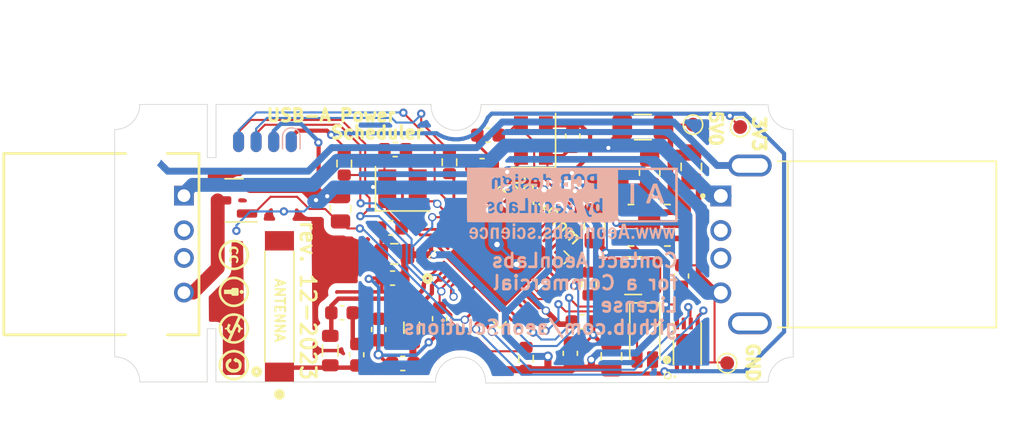
<source format=kicad_pcb>
(kicad_pcb (version 20221018) (generator pcbnew)
  (layers (0 "F.Cu" signal) (31 "B.Cu" signal) (34 "B.Paste" user) (35 "F.Paste" user) (36 "B.SilkS" user "B.Silkscreen") (37 "F.SilkS" user "F.Silkscreen") (38 "B.Mask" user) (39 "F.Mask" user) (44 "Edge.Cuts" user))
  (net 0 "")
  (footprint "TestPoint:TestPoint_Pad_D1.0mm" (layer "F.Cu") (at 160.32 101.85)
    (fp_text reference "TP3" hide)
    (fp_text value "GND")
  )
  (footprint "Capacitor_SMD:C_0603_1608Metric" (layer "F.Cu") (at 136.150859 95.705707)
    (fp_text reference "EC15" hide)
    (fp_text value "100nF 10% 50V")
  )
  (footprint "Package_DFN_QFN:QFN-56-1EP_7x7mm_P0.4mm_EP5.6x5.6mm" (layer "F.Cu") (at 143.895758 94.205707 45)
    (fp_text reference "ESP32S3" hide)
    (fp_text value "ESP32-S3" hide)
  )
  (footprint "RF_Antenna:AN9520_ANT2-SMD-9.5X2.1X1.0MM" (layer "F.Cu") (at 127.98 97.76 90)
    (property "VALUE" "AN9520")
    (fp_text reference "ANT1" hide)
    (fp_text value "SMD-BUILT-IN-ANTENNA-2.4GHZ(2P-9.5X2.1MM)" hide)
  )
  (footprint "Resistor_SMD:R_0805_2012Metric_Pad1.20x1.40mm_HandSolder" (layer "F.Cu") (at 151.6 88.94)
    (fp_text reference "AR1" hide)
    (fp_text value "75K")
  )
  (footprint "Resistor_SMD:R_0805_2012Metric" (layer "F.Cu") (at 132.39 90.7 -90)
    (fp_text reference "MTRR1" hide)
    (fp_text value "10k")
  )
  (footprint "AeonLabs_IC:ATSHA204 UDFN-8 DFN200X300X60-9N" (layer "F.Cu") (at 157.44 100.435 90)
    (fp_text reference "U1" hide)
    (fp_text value "ATSHA204A-MAHDA-T")
  )
  (footprint "Capacitor_SMD:C_0603_1608Metric" (layer "F.Cu") (at 136.025707 92.085707 180)
    (fp_text reference "EC61" hide)
    (fp_text value "22pF 5% 50V")
  )
  (footprint "Capacitor_SMD:C_0805_2012Metric" (layer "F.Cu") (at 151.96 101.36 90)
    (fp_text reference "EC18" hide)
    (fp_text value "1uF 20% 6.3V")
  )
  (footprint "Capacitor_SMD:C_0603_1608Metric" (layer "F.Cu") (at 133.56 101.24 90)
    (fp_text reference "EC37" hide)
    (fp_text value "100nF 10% 16V")
  )
  (footprint "Capacitor_SMD:C_0603_1608Metric" (layer "F.Cu") (at 142.615707 87.585707)
    (fp_text reference "EC16" hide)
    (fp_text value "100nF 10% 16V")
  )
  (footprint "AeonLabs_Connectors:USB-A FEMALE OST_USB-A1HSW6" (layer "F.Cu") (at 114.57 93.25 -90)
    (fp_text reference "P1" hide)
    (fp_text value "USB-A1HSW6")
  )
  (footprint "Crystal:Crystal_SMD_EuroQuartz_MT-4Pin_3.2x2.5mm" (layer "F.Cu") (at 136.865707 89.255707)
    (fp_text reference "ECY3" hide)
    (fp_text value "40Mhz 22pF+-10PPM")
  )
  (footprint "TestPoint:TestPoint_Pad_D1.0mm" (layer "F.Cu") (at 161.26 84.79)
    (fp_text reference "TP2" hide)
    (fp_text value "VOut")
  )
  (footprint "Capacitor_SMD:C_0603_1608Metric" (layer "F.Cu") (at 135.15 99.42 -90)
    (fp_text reference "EC20" hide)
    (fp_text value "100nF 10% 16V")
  )
  (footprint "Capacitor_SMD:C_0603_1608Metric" (layer "F.Cu") (at 132.5 98.21)
    (fp_text reference "EC38" hide)
    (fp_text value "100nF 10% 16V")
  )
  (footprint "Package_TO_SOT_SMD:SOT-23" (layer "F.Cu") (at 124.7025 90.09 180)
    (fp_text reference "MTRT1" hide)
    (fp_text value "NPN")
  )
  (footprint "Capacitor_SMD:C_0805_2012Metric_Pad1.18x1.45mm_HandSolder" (layer "F.Cu") (at 150.74 91.93 90)
    (fp_text reference "AC1" hide)
    (fp_text value "22uF")
  )
  (footprint "AeonLabs_Connectors:USB-A MALE MOLEX_48037-0001" (layer "F.Cu") (at 161.96 93.27 90)
    (fp_text reference "J1" hide)
    (fp_text value "48037-0001")
  )
  (footprint "Capacitor_SMD:C_0603_1608Metric" (layer "F.Cu") (at 149.87 98.86)
    (fp_text reference "EC26" hide)
    (fp_text value "100nF 10% 16V")
  )
  (footprint "Resistor_SMD:R_0603_1608Metric" (layer "F.Cu") (at 145.79 101.53 90)
    (fp_text reference "ER1" hide)
    (fp_text value "10k")
  )
  (footprint "Capacitor_SMD:C_0603_1608Metric" (layer "F.Cu") (at 157.02 95.555 -90)
    (fp_text reference "AUC1" hide)
    (fp_text value "100nF")
  )
  (footprint "AeonLabs Enclosure Boxes:USB A enclosure 49x20mm" (layer "F.Cu") (at 140.759933 91.792603 180)
    (fp_text reference "G***" hide)
    (fp_text value "LOGO" hide)
    (fp_line (start -24.329999 -9.619999) (end -24.329999 6.799727) (stroke (width 0.05)) (layer "Edge.Cuts"))
    (fp_line (start -2.110136 -11.490136) (end -22.519999 -11.429999) (stroke (width 0.05)) (layer "Edge.Cuts"))
    (fp_line (start -1.780136 8.619864) (end -22.519999 8.609727) (stroke (width 0.05)) (layer "Edge.Cuts"))
    (fp_line (start 1.51083 -11.420075) (end 17.369864 -11.410136) (stroke (width 0.05)) (layer "Edge.Cuts"))
    (fp_line (start 1.829479 8.630341) (end 17.359864 8.629864) (stroke (width 0.05)) (layer "Edge.Cuts"))
    (fp_line (start 17.359864 4.789864) (end 17.359864 8.629864) (stroke (width 0.05)) (layer "Edge.Cuts"))
    (fp_line (start 17.369864 -11.410136) (end 17.369864 -7.570136) (stroke (width 0.05)) (layer "Edge.Cuts"))
    (fp_line (start 17.369864 -7.570136) (end 17.999864 -7.570136) (stroke (width 0.05)) (layer "Edge.Cuts"))
    (fp_line (start 17.989864 4.789864) (end 17.359864 4.789864) (stroke (width 0.05)) (layer "Edge.Cuts"))
    (fp_line (start 17.989864 8.629864) (end 17.989864 4.789864) (stroke (width 0.05)) (layer "Edge.Cuts"))
    (fp_line (start 17.989864 8.629864) (end 22.869727 8.629727) (stroke (width 0.05)) (layer "Edge.Cuts"))
    (fp_line (start 17.999864 -11.410136) (end 22.869864 -11.410136) (stroke (width 0.05)) (layer "Edge.Cuts"))
    (fp_line (start 17.999864 -7.570136) (end 17.999864 -11.410136) (stroke (width 0.05)) (layer "Edge.Cuts"))
    (fp_line (start 24.679864 -9.600136) (end 24.679727 6.819727) (stroke (width 0.05)) (layer "Edge.Cuts"))
    (fp_arc (start -24.329999 6.799727) (mid -23.050136 7.329864) (end -22.519999 8.609727) (stroke (width 0.05)) (layer "Edge.Cuts"))
    (fp_arc (start -22.519999 -11.429999) (mid -23.050136 -10.150136) (end -24.329999 -9.619999) (stroke (width 0.05)) (layer "Edge.Cuts"))
    (fp_arc (start -1.780136 8.619864) (mid 0.030071 6.764886) (end 1.829479 8.630341) (stroke (width 0.05)) (layer "Edge.Cuts"))
    (fp_arc (start 1.51083 -11.420075) (mid -0.33517 -9.619481) (end -2.110136 -11.490136) (stroke (width 0.05)) (layer "Edge.Cuts"))
    (fp_arc (start 22.869727 8.629727) (mid 23.399865 7.349865) (end 24.679727 6.819727) (stroke (width 0.05)) (layer "Edge.Cuts"))
    (fp_arc (start 24.679864 -9.600136) (mid 23.400027 -10.130298) (end 22.869864 -11.410136) (stroke (width 0.05)) (layer "Edge.Cuts"))
  )
  (footprint "Capacitor_SMD:C_0603_1608Metric" (layer "F.Cu") (at 136.34 86.42 180)
    (fp_text reference "EC60" hide)
    (fp_text value "22pF 5% 50V")
  )
  (footprint "Fuse:Fuse_1206_3216Metric_Pad1.42x1.75mm_HandSolder" (layer "F.Cu") (at 154.23 84.8)
    (fp_text reference "F1" hide)
    (fp_text value "Polyfuse")
  )
  (footprint "Capacitor_SMD:C_0603_1608Metric" (layer "F.Cu") (at 149.165707 85.445707 90)
    (fp_text reference "EC51" hide)
    (fp_text value "22pF 5% 50V")
  )
  (footprint "Inductor_SMD:L_1210_3225Metric" (layer "F.Cu") (at 153.53 95.53)
    (fp_text reference "AL1" hide)
    (fp_text value "3.3uF")
  )
  (footprint "Inductor_SMD:L_0805_2012Metric" (layer "F.Cu") (at 137.53 99.29 90)
    (fp_text reference "L2" hide)
    (fp_text value "2nH 5%")
  )
  (footprint "Capacitor_SMD:C_0603_1608Metric" (layer "F.Cu") (at 139.55 98.635 -90)
    (fp_text reference "EC1" hide)
    (fp_text value "1uF")
  )
  (footprint "AeonLabs:aeon creative commons logos" (layer "F.Cu") (at 124.74 98 -90)
    (fp_text reference "G***" hide)
    (fp_text value "LOGO" hide)
  )
  (footprint "Resistor_SMD:R_0805_2012Metric_Pad1.20x1.40mm_HandSolder" (layer "F.Cu") (at 154.72 88.05 90)
    (fp_text reference "AR2" hide)
    (fp_text value "24K")
  )
  (footprint "Capacitor_SMD:C_0805_2012Metric" (layer "F.Cu") (at 136.275707 93.955707)
    (fp_text reference "EC14" hide)
    (fp_text value "1uF")
  )
  (footprint "AeonLabs_IC:AUR9718 ST1S09 SON95P300X300X100-7N" (layer "F.Cu") (at 154.685 91.89)
    (fp_text reference "AU1" hide)
    (fp_text value "AUR9718x_DFN_3x3mm_6_pin")
  )
  (footprint "Capacitor_SMD:C_0603_1608Metric" (layer "F.Cu") (at 136.89 101.87 180)
    (fp_text reference "EC19" hide)
    (fp_text value "100nF 10% 16V")
  )
  (footprint "Capacitor_SMD:C_0805_2012Metric_Pad1.18x1.45mm_HandSolder" (layer "F.Cu") (at 157.73 87.67 -90)
    (fp_text reference "AC2" hide)
    (fp_text value "4.7uF")
  )
  (footprint "Crystal:Crystal_SMD_EuroQuartz_MT-4Pin_3.2x2.5mm" (layer "F.Cu") (at 146.325707 85.765707 90)
    (fp_text reference "ECY2" hide)
    (fp_text value "32.768Mhz 22pF+-10PPM")
  )
  (footprint "AeonLabs_Power:LED_1206_3210_RGB_Metric" (layer "F.Cu") (at 154.33 99.76 -90)
    (fp_text reference "LED2" hide)
    (fp_text value "LED_GBRC")
  )
  (footprint "Inductor_SMD:L_0805_2012Metric" (layer "F.Cu") (at 131.65 100.94 90)
    (fp_text reference "EL4" hide)
    (fp_text value "1.8nH 5%")
  )
  (footprint "Capacitor_SMD:C_0603_1608Metric" (layer "F.Cu") (at 143.045707 85.375707 180)
    (fp_text reference "EC50" hide)
    (fp_text value "22pF 5% 50V")
  )
  (footprint "Resistor_SMD:R_0603_1608Metric" (layer "F.Cu") (at 132.66 87.43 -90)
    (fp_text reference "ER3" hide)
    (fp_text value "10k")
  )
  (footprint "Resistor_SMD:R_0603_1608Metric" (layer "F.Cu") (at 140.26 87.335 -90)
    (fp_text reference "ER2" hide)
    (fp_text value "499R")
  )
  (footprint "TestPoint:TestPoint_Pad_D1.0mm" (layer "F.Cu") (at 157.85 84.62)
    (fp_text reference "TP1" hide)
    (fp_text value "VIN")
  )
  (footprint "Capacitor_SMD:C_0603_1608Metric" (layer "F.Cu") (at 148.99 101.14 90)
    (fp_text reference "EC17" hide)
    (fp_text value "10uF 20% 6.3V")
  )
  (footprint "Resistor_SMD:R_0603_1608Metric" (layer "F.Cu") (at 150.34 96.1 -90)
    (fp_text reference "LR2" hide)
    (fp_text value "330R")
  )
  (footprint "Connector:SOIC_clipProgSmall" (layer "B.Cu") (at 126.93 85.105)
    (fp_text reference "ICSP1" hide)
    (fp_text value "Conn_01x08_Male" hide)
  )
  (footprint "AeonLabs Logos:aeonlabs science" (layer "B.Cu") (at 149.139702 90.351553 180)
    (fp_text reference "G***" hide)
    (fp_text value "LOGO" hide)
  )
  (gr_circle (center 156.02 102.745) (end 156.17 102.93) (stroke (width 0.1)) (fill none) (layer "F.SilkS"))
  (gr_circle (center 126.33183 102.46) (end 126.57 102.46) (stroke (width 0.3)) (fill none) (layer "F.SilkS"))
  (gr_circle (center 152.02183 90.93) (end 152.17183 91.115) (stroke (width 0.1)) (fill none) (layer "F.SilkS"))
  (gr_circle (center 138.68183 95.73) (end 138.92 95.73) (stroke (width 0.3)) (fill none) (layer "F.SilkS"))
  (gr_text "Contact AeonLabs\nfor a Commercial\nLicense\ngithub.com/aeonSolutions" (at 156.87 96.85) (layer "B.SilkS") (effects (font (size 1 1) (thickness 0.2)) (justify left mirror)))
  (gr_text "USB-A Power" (at 131.71 84.48) (layer "F.SilkS") (effects (font (size 0.9 0.9) (thickness 0.225) bold) (justify bottom)))
  (gr_text "20x49mm" (at 144.53 88.74 -45) (layer "F.SilkS") (effects (font (size 0.9 0.9)) (justify left bottom)))
  (gr_text "GND" (at 161.64 101.81 270) (layer "F.SilkS") (effects (font (size 0.9 0.9) (thickness 0.225) bold) (justify bottom)))
  (gr_text "3V3" (at 162.09 85.3 270) (layer "F.SilkS") (effects (font (size 0.9 0.9) (thickness 0.225) bold) (justify bottom)))
  (gr_text "Scheduler" (at 135.05 85.72) (layer "F.SilkS") (effects (font (size 0.9 0.9) (thickness 0.225) bold) (justify bottom)))
  (gr_text "ANTENNA" (at 128 98.03 -90) (layer "F.SilkS") (effects (font (size 0.7 0.7))))
  (gr_text "5V0" (at 158.97 84.9 270) (layer "F.SilkS") (effects (font (size 0.9 0.9) (thickness 0.225) bold) (justify bottom)))
  (gr_text "rev. 12-2023" (at 130.04 97.32 270) (layer "F.SilkS") (effects (font (size 1.1 1.1) (thickness 0.2))))
  (segment (start 159.86 96.77) (end 159.41 97.22) (width 0.15) (layer "F.Cu") (net 0))
  (segment (start 149.1 88.12) (end 150.16 87.06) (width 0.3) (layer "F.Cu") (net 0))
  (segment (start 131.725 99.8025) (end 131.65 99.8775) (width 0.32) (layer "F.Cu") (net 0))
  (segment (start 141.647324 100.117324) (end 142.34683 100.117324) (width 0.15) (layer "F.Cu") (net 0))
  (segment (start 135.294293 98.500707) (end 135.15 98.645) (width 0.25) (layer "F.Cu") (net 0))
  (segment (start 130.5875 89.7875) (end 131.23 89.7875) (width 0.3) (layer "F.Cu") (net 0))
  (segment (start 121.74 96.75) (end 123.52 94.97) (width 1) (layer "F.Cu") (net 0))
  (segment (start 157.49 92.53) (end 157.49 91.75) (width 0.4) (layer "F.Cu") (net 0))
  (segment (start 147.508601 90.875707) (end 146.467859 91.916449) (width 0.15) (layer "F.Cu") (net 0))
  (segment (start 154.61 88.94) (end 154.72 89.05) (width 0.15) (layer "F.Cu") (net 0))
  (segment (start 135.15 98.645) (end 135.385 98.41) (width 0.3) (layer "F.Cu") (net 0))
  (segment (start 139.045707 94.015707) (end 137.315707 94.015707) (width 0.51) (layer "F.Cu") (net 0))
  (segment (start 156.22 87.4) (end 156.22 85.3825) (width 0.4) (layer "F.Cu") (net 0))
  (segment (start 142.025707 98.625707) (end 142.792185 97.859229) (width 0.15) (layer "F.Cu") (net 0))
  (segment (start 148.46 92.18705) (end 147.59923 93.04782) (width 0.15) (layer "F.Cu") (net 0))
  (segment (start 145.260757 89.730656) (end 144.713645 90.277769) (width 0.15) (layer "F.Cu") (net 0))
  (segment (start 157.02 96.33) (end 156.97 96.38) (width 0.15) (layer "F.Cu") (net 0))
  (segment (start 134.766233 89.123767) (end 135.565 88.325) (width 0.15) (layer "F.Cu") (net 0))
  (segment (start 149.39 90.299853) (end 147.335707 88.24556) (width 0.15) (layer "F.Cu") (net 0))
  (segment (start 145.565707 89.425707) (end 145.260757 89.730656) (width 0.15) (layer "F.Cu") (net 0))
  (segment (start 139.19 89.19) (end 140.205 90.205) (width 0.15) (layer "F.Cu") (net 0))
  (segment (start 159.62 96.77) (end 160.1425 96.77) (width 0.4) (layer "F.Cu") (net 0))
  (segment (start 130.79 85.91) (end 130.81 85.93) (width 0.3) (layer "F.Cu") (net 0))
  (segment (start 139.895859 92.185707) (end 138.325707 92.185707) (width 0.2) (layer "F.Cu") (net 0))
  (segment (start 149.045 100.42) (end 149.09 100.42) (width 0.2) (layer "F.Cu") (net 0))
  (segment (start 148.592586 89.997414) (end 148.96 90.364827) (width 0.15) (layer "F.Cu") (net 0))
  (segment (start 137.035707 94.080707) (end 137.035707 95.490707) (width 0.51) (layer "F.Cu") (net 0))
  (segment (start 131.72 85.36) (end 131.415 85.055) (width 0.3) (layer "F.Cu") (net 0))
  (segment (start 151.75 86.06) (end 152.93 84.88) (width 0.4) (layer "F.Cu") (net 0))
  (segment (start 149.740707 84.670707) (end 149.165707 84.670707) (width 0.3) (layer "F.Cu") (net 0))
  (segment (start 126.13 91.04) (end 127.3375 89.8325) (width 0.15) (layer "F.Cu") (net 0))
  (segment (start 154.96 98.4) (end 154.96 98) (width 0.15) (layer "F.Cu") (net 0))
  (segment (start 139.380957 90.340457) (end 139.750707 90.710207) (width 0.15) (layer "F.Cu") (net 0))
  (segment (start 156.38 91.89) (end 157.35 91.89) (width 0.4) (layer "F.Cu") (net 0))
  (segment (start 152.46 91.71) (end 152.31 91.71) (width 0.4) (layer "F.Cu") (net 0))
  (segment (start 141.775707 90.095707) (end 142.455028 90.775028) (width 0.15) (layer "F.Cu") (net 0))
  (segment (start 135.385 98.41) (end 137.381414 98.41) (width 0.3) (layer "F.Cu") (net 0))
  (segment (start 133.82 91.23) (end 133.92 91.23) (width 0.15) (layer "F.Cu") (net 0))
  (segment (start 136.865707 90.725707) (end 136.865707 89.314293) (width 0.2) (layer "F.Cu") (net 0))
  (segment (start 140.26 86.51) (end 138.22 84.47) (width 0.15) (layer "F.Cu") (net 0))
  (segment (start 140.757972 92.482134) (end 140.757972 92.477972) (width 0.15) (layer "F.Cu") (net 0))
  (segment (start 157.49 90.69) (end 156.22 89.42) (width 0.4) (layer "F.Cu") (net 0))
  (segment (start 133.8455 90.3) (end 133.82 90.2745) (width 0.15) (layer "F.Cu") (net 0))
  (segment (start 132.454974 84.28) (end 125.9 84.28) (width 0.15) (layer "F.Cu") (net 0))
  (segment (start 137.381414 98.41) (end 138.995707 96.795707) (width 0.3) (layer "F.Cu") (net 0))
  (segment (start 147.36 96.87) (end 149.04 95.19) (width 0.15) (layer "F.Cu") (net 0))
  (segment (start 148.99 100.365) (end 149.045 100.42) (width 0.2) (layer "F.Cu") (net 0))
  (segment (start 148.955707 86.250707) (end 148.955707 86.374293) (width 0.25) (layer "F.Cu") (net 0))
  (segment (start 142.665707 89.295707) (end 142.665707 89.298701) (width 0.15) (layer "F.Cu") (net 0))
  (segment (start 140.757972 92.477972) (end 139.585707 91.305707) (width 0.15) (layer "F.Cu") (net 0))
  (segment (start 157.35 91.89) (end 157.49 91.75) (width 0.4) (layer "F.Cu") (net 0))
  (segment (start 151.6225 93.85) (end 151.56 93.85) (width 0.4) (layer "F.Cu") (net 0))
  (segment (start 134.49 90.66) (end 134.49 89.92) (width 0.15) (layer "F.Cu") (net 0))
  (segment (start 156.69 96.66) (end 157.02 96.33) (width 0.15) (layer "F.Cu") (net 0))
  (segment (start 159.41 99.48) (end 159.41 101.795) (width 0.15) (layer "F.Cu") (net 0))
  (segment (start 144.48796 89.93655) (end 144.504864 89.93655) (width 0.15) (layer "F.Cu") (net 0))
  (segment (start 145.425707 84.665707) (end 145.425707 84.915707) (width 0.15) (layer "F.Cu") (net 0))
  (segment (start 142.455028 90.785078) (end 142.455028 90.775028) (width 0.2) (layer "F.Cu") (net 0))
  (segment (start 158.19 98.46) (end 158.19 98.985) (width 0.15) (layer "F.Cu") (net 0))
  (segment (start 132.31 84.63) (end 126.93 84.63) (width 0.15) (layer "F.Cu") (net 0))
  (segment (start 156.69 97.63) (end 156.69 96.66) (width 0.15) (layer "F.Cu") (net 0))
  (segment (start 137.665 101.87) (end 137.62 101.825) (width 0.51) (layer "F.Cu") (net 0))
  (segment (start 139.626601 94.797909) (end 139.623505 94.797909) (width 0.2) (layer "F.Cu") (net 0))
  (segment (start 155.789455 102.445169) (end 155.639512 102.595112) (width 0.3) (layer "F.Cu") (net 0))
  (segment (start 139.623505 94.797909) (end 138.935707 95.485707) (width 0.2) (layer "F.Cu") (net 0))
  (segment (start 139.915 97.86) (end 140.4 98.345) (width 0.15) (layer "F.Cu") (net 0))
  (segment (start 131.23 89.7875) (end 131.2825 89.84) (width 0.15) (layer "F.Cu") (net 0))
  (segment (start 139.909444 93.330662) (end 139.900662 93.330662) (width 0.2) (layer "F.Cu") (net 0))
  (segment (start 125.025 85.155) (end 125.025 85.855) (width 0.15) (layer "F.Cu") (net 0))
  (segment (start 140.18782 95.363594) (end 139.685707 95.865707) (width 0.2) (layer "F.Cu") (net 0))
  (segment (start 142.127297 100.647324) (end 141.109929 100.647324) (width 0.51) (layer "F.Cu") (net 0))
  (segment (start 139.585707 91.305707) (end 139.145707 91.305707) (width 0.15) (layer "F.Cu") (net 0))
  (segment (start 149.204293 102.205707) (end 151.589293 102.205707) (width 0.51) (layer "F.Cu") (net 0))
  (segment (start 160.32 101.85) (end 160.265 101.795) (width 0.15) (layer "F.Cu") (net 0))
  (segment (start 146.38 87.784827) (end 148.592586 89.997414) (width 0.15) (layer "F.Cu") (net 0))
  (segment (start 150.165 95.275) (end 149.17 96.27) (width 0.15) (layer "F.Cu") (net 0))
  (segment (start 139.310707 95.930707) (end 138.995707 96.245707) (width 0.2) (layer "F.Cu") (net 0))
  (segment (start 143.390707 87.585707) (end 143.390707 87.150606) (width 0.2) (layer "F.Cu") (net 0))
  (segment (start 152.255084 102.605084) (end 151.96 102.31) (width 0.3) (layer "F.Cu") (net 0))
  (segment (start 134.43 95.76) (end 134.484293 95.705707) (width 0.25) (layer "F.Cu") (net 0))
  (segment (start 151.56 93.7875) (end 150.74 92.9675) (width 0.4) (layer "F.Cu") (net 0))
  (segment (start 128.835 85.525) (end 128.835 85.855) (width 0.3) (layer "F.Cu") (net 0))
  (segment (start 138.995707 96.795707) (end 138.995707 96.435707) (width 0.3) (layer "F.Cu") (net 0))
  (segment (start 129.2525 89.8325) (end 130.13 90.71) (width 0.15) (layer "F.Cu") (net 0))
  (segment (start 156.22 89.42) (end 156.22 87.4) (width 0.4) (layer "F.Cu") (net 0))
  (segment (start 133.275 100.18) (end 133.56 100.465) (width 0.32) (layer "F.Cu") (net 0))
  (segment (start 135.09 101.19) (end 135.77 101.87) (width 0.25) (layer "F.Cu") (net 0))
  (segment (start 135.77 101.87) (end 136.115 101.87) (width 0.25) (layer "F.Cu") (net 0))
  (segment (start 139.55 96.785997) (end 139.55 97.86) (width 0.15) (layer "F.Cu") (net 0))
  (segment (start 157.7275 86.63) (end 157.73 86.6325) (width 0.4) (layer "F.Cu") (net 0))
  (segment (start 141.977921 91.447921) (end 141.145707 90.615707) (width 0.15) (layer "F.Cu") (net 0))
  (segment (start 136.835707 86.670707) (end 137.086414 86.42) (width 0.2) (layer "F.Cu") (net 0))
  (segment (start 140.375859 96.305555) (end 140.752134 95.92928) (width 0.15) (layer "F.Cu") (net 0))
  (segment (start 135.105707 95.645707) (end 135.105707 95.905707) (width 0.4) (layer "F.Cu") (net 0))
  (segment (start 151.589293 102.205707) (end 151.719293 102.075707) (width 0.51) (layer "F.Cu") (net 0))
  (segment (start 140.722174 100.669104) (end 139.990896 100.669104) (width 0.51) (layer "F.Cu") (net 0))
  (segment (start 157.42 90.94) (end 157.49 90.87) (width 0.4) (layer "F.Cu") (net 0))
  (segment (start 143.025707 98.752713) (end 143.303556 98.474864) (width 0.2) (layer "F.Cu") (net 0))
  (segment (start 140.475129 92.764977) (end 139.895859 92.185707) (width 0.2) (layer "F.Cu") (net 0))
  (segment (start 157.49 91.75) (end 157.49 90.87) (width 0.4) (layer "F.Cu") (net 0))
  (segment (start 152.13 95.53) (end 152.13 94.3575) (width 0.4) (layer "F.Cu") (net 0))
  (segment (start 134.484293 95.705707) (end 135.375859 95.705707) (width 0.25) (layer "F.Cu") (net 0))
  (segment (start 149.09 102.32) (end 143.799973 102.32) (width 0.51) (layer "F.Cu") (net 0))
  (segment (start 139.555707 92.985707) (end 139.165707 92.985707) (width 0.2) (layer "F.Cu") (net 0))
  (segment (start 145.29 99.48) (end 145.29 99.27) (width 0.15) (layer "F.Cu") (net 0))
  (segment (start 144.6695 88.0305) (end 145.425707 87.274293) (width 0.2) (layer "F.Cu") (net 0))
  (segment (start 148.695 100.07) (end 148.99 100.365) (width 0.25) (layer "F.Cu") (net 0))
  (segment (start 138.325707 92.185707) (end 136.865707 90.725707) (width 0.2) (layer "F.Cu") (net 0))
  (segment (start 142.172185 97.343493) (end 142.172185 97.349229) (width 0.15) (layer "F.Cu") (net 0))
  (segment (start 140.26 88.16) (end 140.58 88.48) (width 0.2) (layer "F.Cu") (net 0))
  (segment (start 146.38 85.87) (end 146.38 87.784827) (width 0.15) (layer "F.Cu") (net 0))
  (segment (start 131.725 98.21) (end 131.725 99.8025) (width 0.32) (layer "F.Cu") (net 0))
  (segment (start 133.82 88.26) (end 132.665 88.26) (width 0.15) (layer "F.Cu") (net 0))
  (segment (start 132.24 97.19) (end 131.725 97.705) (width 0.32) (layer "F.Cu") (net 0))
  (segment (start 141.889343 97.072071) (end 140.925707 98.035707) (width 0.15) (layer "F.Cu") (net 0))
  (segment (start 145.619331 91.067921) (end 146.531545 90.155707) (width 0.15) (layer "F.Cu") (net 0))
  (segment (start 146.185016 91.633606) (end 146.187808 91.633606) (width 0.15) (layer "F.Cu") (net 0))
  (segment (start 139.626601 93.613505) (end 139.626601 93.606601) (width 0.2) (layer "F.Cu") (net 0))
  (segment (start 135.325707 92.160707) (end 135.250707 92.085707) (width 0.25) (layer "F.Cu") (net 0))
  (segment (start 146.31 99.4) (end 145.66 98.75) (width 0.15) (layer "F.Cu") (net 0))
  (segment (start 151.6425 90.8925) (end 150.74 90.8925) (width 0.4) (layer "F.Cu") (net 0))
  (segment (start 148.65 98.11) (end 148.13 97.59) (width 0.15) (layer "F.Cu") (net 0))
  (segment (start 150.095 100.365) (end 148.99 100.365) (width 0.2) (layer "F.Cu") (net 0))
  (segment (start 137.281493 97.195707) (end 137.275786 97.19) (width 0.32) (layer "F.Cu") (net 0))
  (segment (start 131.79 85.36) (end 132.49 86.06) (width 0.15) (layer "F.Cu") (net 0))
  (segment (start 138.995707 96.245707) (end 138.995707 96.435707) (width 0.2) (layer "F.Cu") (net 0))
  (segment (start 139.626601 93.606601) (end 139.085707 93.065707) (width 0.2) (layer "F.Cu") (net 0))
  (segment (start 139.19 86.02) (end 139.19 89.19) (width 0.15) (layer "F.Cu") (net 0))
  (segment (start 121.08 96.75) (end 121.74 96.75) (width 1) (layer "F.Cu") (net 0))
  (segment (start 144.43 88.0305) (end 143.8355 88.0305) (width 0.2) (layer "F.Cu") (net 0))
  (segment (start 141.785707 89.625707) (end 141.785707 87.640707) (width 0.4) (layer "F.Cu") (net 0))
  (segment (start 135.375859 95.705707) (end 135.375859 96.7) (width 0.25) (layer "F.Cu") (net 0))
  (segment (start 137.824293 88.355707) (end 137.965707 88.355707) (width 0.2) (layer "F.Cu") (net 0))
  (segment (start 130.81 85.93) (end 130.81 89.565) (width 0.3) (layer "F.Cu") (net 0))
  (segment (start 125.64 91.04) (end 126.13 91.04) (width 0.15) (layer "F.Cu") (net 0))
  (segment (start 149.53 97.76) (end 148.9 97.13) (width 0.15) (layer "F.Cu") (net 0))
  (segment (start 156.69 96.82) (end 156.69 98.985) (width 0.15) (layer "F.Cu") (net 0))
  (segment (start 156.38 92.84) (end 157.18 92.84) (width 0.4) (layer "F.Cu") (net 0))
  (segment (start 146.512 88.73) (end 141.95 88.73) (width 0.4) (layer "F.Cu") (net 0))
  (segment (start 153.67 88.94) (end 154.61 88.94) (width 0.15) (layer "F.Cu") (net 0))
  (segment (start 149.04 90.444828) (end 148.592586 89.997414) (width 0.15) (layer "F.Cu") (net 0))
  (segment (start 153.81 100.04) (end 151.88 98.11) (width 0.15) (layer "F.Cu") (net 0))
  (segment (start 145.11 89.311414) (end 144.495285 89.926128) (width 0.15) (layer "F.Cu") (net 0))
  (segment (start 137.357154 96.7) (end 137.415695 96.688356) (width 0.25) (layer "F.Cu") (net 0))
  (segment (start 126.93 84.63) (end 126.295 85.265) (width 0.15) (layer "F.Cu") (net 0))
  (segment (start 135.97 96.7) (end 137.357154 96.7) (width 0.25) (layer "F.Cu") (net 0))
  (segment (start 154.72 87.05) (end 150.17 87.05) (width 0.3) (layer "F.Cu") (net 0))
  (segment (start 150.96 97.41) (end 150.475 96.925) (width 0.15) (layer "F.Cu") (net 0))
  (segment (start 137.995707 96.902814) (end 137.9986 96.902814) (width 0.32) (layer "F.Cu") (net 0))
  (segment (start 147.37 101.36) (end 147.37 102.195707) (width 0.51) (layer "F.Cu") (net 0))
  (segment (start 140.192286 93.04782) (end 139.730173 92.585707) (width 0.2) (layer "F.Cu") (net 0))
  (segment (start 152.13 94.3575) (end 151.6225 93.85) (width 0.4) (layer "F.Cu") (net 0))
  (segment (start 153.61 89) (end 153.67 88.94) (width 0.15) (layer "F.Cu") (net 0))
  (segment (start 131.72 85.36) (end 131.79 85.36) (width 0.15) (layer "F.Cu") (net 0))
  (segment (start 154.93 102.54735) (end 154.88 102.59735) (width 0.15) (layer "F.Cu") (net 0))
  (segment (start 157.18 92.84) (end 157.49 92.53) (width 0.4) (layer "F.Cu") (net 0))
  (segment (start 148.46 92.18) (end 148.46 92.18705) (width 0.15) (layer "F.Cu") (net 0))
  (segment (start 139.375707 95.865707) (end 139.310707 95.930707) (width 0.2) (layer "F.Cu") (net 0))
  (segment (start 134.17 89.6) (end 134.17 85.995026) (width 0.15) (layer "F.Cu") (net 0))
  (segment (start 130.5375 89.7875) (end 132.39 89.7875) (width 1) (layer "F.Cu") (net 0))
  (segment (start 154.37 97.41) (end 150.96 97.41) (width 0.15) (layer "F.Cu") (net 0))
  (segment (start 150.16 87.06) (end 150.41 87.06) (width 0.3) (layer "F.Cu") (net 0))
  (segment (start 148.464293 86.865707) (end 147.225707 86.865707) (width 0.25) (layer "F.Cu") (net 0))
  (segment (start 140.205 90.205) (end 140.205 90.797792) (width 0.15) (layer "F.Cu") (net 0))
  (segment (start 132.8975 92.12) (end 132.39 91.6125) (width 0.15) (layer "F.Cu") (net 0))
  (segment (start 147.335707 88.24556) (end 147.335707 86.755707) (width 0.15) (layer "F.Cu") (net 0))
  (segment (start 147.260707 84.700707) (end 148.955707 84.700707) (width 0.25) (layer "F.Cu") (net 0))
  (segment (start 142.270707 86.030606) (end 142.270707 85.375707) (width 0.2) (layer "F.Cu") (net 0))
  (segment (start 138.995707 96.795707) (end 138.995707 96.245707) (width 0.3) (layer "F.Cu") (net 0))
  (segment (start 134.88 100.465) (end 135.15 100.195) (width 0.32) (layer "F.Cu") (net 0))
  (segment (start 139.145707 91.305707) (end 139.045707 91.405707) (width 0.15) (layer "F.Cu") (net 0))
  (segment (start 145.76124 89.230173) (end 145.260757 89.730656) (width 0.15) (layer "F.Cu") (net 0))
  (segment (start 157.73 88.7075) (end 158.25 89.2275) (width 0.4) (layer "F.Cu") (net 0))
  (segment (start 146.187808 91.633606) (end 147.155707 90.665707) (width 0.15) (layer "F.Cu") (net 0))
  (segment (start 139.909444 95.08197) (end 139.455707 95.535707) (width 0.2) (layer "F.Cu") (net 0))
  (segment (start 129.305 85.055) (end 128.835 85.525) (width 0.3) (layer "F.Cu") (net 0))
  (segment (start 150.645 99.815) (end 151.24 100.41) (width 0.3) (layer "F.Cu") (net 0))
  (segment (start 156.22 87.4) (end 156.22 86.63) (width 0.4) (layer "F.Cu") (net 0))
  (segment (start 142.18 99.39) (end 142.18 99.032734) (width 0.2) (layer "F.Cu") (net 0))
  (segment (start 140.555859 97.045758) (end 140.375859 96.865758) (width 0.15) (layer "F.Cu") (net 0))
  (segment (start 150.51 102.14) (end 150.52 102.15) (width 0.51) (layer "F.Cu") (net 0))
  (segment (start 139.085707 93.065707) (end 138.925707 93.225707) (width 0.2) (layer "F.Cu") (net 0))
  (segment (start 157.67 98.895) (end 157.67 97.96) (width 0.15) (layer "F.Cu") (net 0))
  (segment (start 135.565 88.325) (end 135.565 86.42) (width 0.15) (layer "F.Cu") (net 0))
  (segment (start 158.25 89.2275) (end 158.25 94.78) (width 0.4) (layer "F.Cu") (net 0))
  (segment (start 125.9 84.28) (end 125.025 85.155) (width 0.15) (layer "F.Cu") (net 0))
  (segment (start 139.750707 90.920707) (end 141.029292 92.199292) (width 0.15) (layer "F.Cu") (net 0))
  (segment (start 150.41 87.06) (end 150.42 87.05) (width 0.3) (layer "F.Cu") (net 0))
  (segment (start 140.4 98.345) (end 140.4 98.87) (width 0.15) (layer "F.Cu") (net 0))
  (segment (start 145.425707 84.915707) (end 146.38 85.87) (width 0.15) (layer "F.Cu") (net 0))
  (segment (start 138.552153 95.869261) (end 138.935707 95.485707) (width 0.32) (layer "F.Cu") (net 0))
  (segment (start 151.56 93.85) (end 151.56 93.7875) (width 0.4) (layer "F.Cu") (net 0))
  (segment (start 131.28 90.71) (end 132.235 91.665) (width 0.15) (layer "F.Cu") (net 0))
  (segment (start 123.52 94.97) (end 123.52 90.09) (width 1) (layer "F.Cu") (net 0))
  (segment (start 139.990896 100.669104) (end 139.40113 101.25887) (width 0.51) (layer "F.Cu") (net 0))
  (segment (start 142.665707 89.298701) (end 143.303556 89.93655) (width 0.15) (layer "F.Cu") (net 0))
  (segment (start 147.2 99.51) (end 147.2 99.49) (width 0.15) (layer "F.Cu") (net 0))
  (segment (start 138.82 100.34) (end 139.55 99.61) (width 0.25) (layer "F.Cu") (net 0))
  (segment (start 149.04 95.19) (end 149.04 90.444828) (width 0.15) (layer "F.Cu") (net 0))
  (segment (start 144.485707 85.205707) (end 145.025707 84.665707) (width 0.15) (layer "F.Cu") (net 0))
  (segment (start 138.925707 93.225707) (end 138.925707 93.895707) (width 0.32) (layer "F.Cu") (net 0))
  (segment (start 138.160021 92.585707) (end 137.660021 92.085707) (width 0.2) (layer "F.Cu") (net 0))
  (segment (start 150.475 96.925) (end 150.34 96.925) (width 0.15) (layer "F.Cu") (net 0))
  (segment (start 137.62 101.825) (end 137.62 100.4425) (width 0.51) (layer "F.Cu") (net 0))
  (segment (start 143.799973 102.32) (end 142.127297 100.647324) (width 0.51) (layer "F.Cu") (net 0))
  (segment (start 143.390707 87.150606) (end 142.270707 86.030606) (width 0.2) (layer "F.Cu") (net 0))
  (segment (start 148.395657 91.685707) (end 147.316387 92.764977) (width 0.15) (layer "F.Cu") (net 0))
  (segment (start 139.332328 101.312242) (end 138.77457 101.87) (width 0.51) (layer "F.Cu") (net 0))
  (segment (start 143.8355 88.0305) (end 143.390707 87.585707) (width 0.2) (layer "F.Cu") (net 0))
  (segment (start 145.095707 89.325707) (end 145.11 89.311414) (width 0.15) (layer "F.Cu") (net 0))
  (segment (start 139.900662 93.330662) (end 139.555707 92.985707) (width 0.2) (layer "F.Cu") (net 0))
  (segment (start 145.425707 87.274293) (end 145.425707 86.865707) (width 0.2) (layer "F.Cu") (net 0))
  (segment (start 141.365707 98.715707) (end 142.585028 97.496386) (width 0.2) (layer "F.Cu") (net 0))
  (segment (start 135.065707 95.635707) (end 135.055707 95.645707) (width 0.3) (layer "F.Cu") (net 0))
  (segment (start 157.51 97.8) (end 157.39 97.68) (width 0.15) (layer "F.Cu") (net 0))
  (segment (start 148.069971 91.445707) (end 147.033544 92.482134) (width 0.15) (layer "F.Cu") (net 0))
  (segment (start 139.685707 95.865707) (end 139.375707 95.865707) (width 0.2) (layer "F.Cu") (net 0))
  (segment (start 138.77457 101.87) (end 137.665 101.87) (width 0.51) (layer "F.Cu") (net 0))
  (segment (start 141.109929 100.647324) (end 140.722174 100.669104) (width 0.51) (layer "F.Cu") (net 0))
  (segment (start 137.086414 86.42) (end 137.115 86.42) (width 0.2) (layer "F.Cu") (net 0))
  (segment (start 149.09 102.32) (end 149.204293 102.205707) (width 0.51) (layer "F.Cu") (net 0))
  (segment (start 141.95 88.73) (end 141.785707 88.565707) (width 0.4) (layer "F.Cu") (net 0))
  (segment (start 137.185707 93.930707) (end 137.035707 94.080707) (width 0.51) (layer "F.Cu") (net 0))
  (segment (start 147.882072 93.330662) (end 147.890752 93.330662) (width 0.15) (layer "F.Cu") (net 0))
  (segment (start 150.645 98.86) (end 150.645 99.815) (width 0.3) (layer "F.Cu") (net 0))
  (segment (start 153.25 92.84) (end 153.25 93.17) (width 0.4) (layer "F.Cu") (net 0))
  (segment (start 146.561596 98.285758) (end 145.619331 97.343493) (width 0.15) (layer "F.Cu") (net 0))
  (segment (start 147.225 98.055) (end 147.035707 97.865707) (width 0.18) (layer "F.Cu") (net 0))
  (segment (start 133.275 98.21) (end 133.275 100.18) (width 0.32) (layer "F.Cu") (net 0))
  (segment (start 138.405707 96.2886) (end 138.405707 96.222814) (width 0.32) (layer "F.Cu") (net 0))
  (segment (start 145.025707 84.665707) (end 145.425707 84.665707) (width 0.15) (layer "F.Cu") (net 0))
  (segment (start 156.97 96.38) (end 156.97 96.54) (width 0.15) (layer "F.Cu") (net 0))
  (segment (start 153.61 90.07) (end 153.61 89) (width 0.15) (layer "F.Cu") (net 0))
  (segment (start 156.38 90.94) (end 157.42 90.94) (width 0.4) (layer "F.Cu") (net 0))
  (segment (start 146.185016 91.633606) (end 146.220372 91.633606) (width 0.15) (layer "F.Cu") (net 0))
  (segment (start 143.870707 85.205707) (end 144.485707 85.205707) (width 0.15) (layer "F.Cu") (net 0))
  (segment (start 147.734287 91.215707) (end 146.750702 92.199292) (width 0.15) (layer "F.Cu") (net 0))
  (segment (start 141.435707 96.945707) (end 143.717808 94.663606) (width 0.2) (layer "F.Cu") (net 0))
  (segment (start 149.39 95.334974) (end 149.39 90.299853) (width 0.15) (layer "F.Cu") (net 0))
  (segment (start 154.96 98) (end 154.37 97.41) (width 0.15) (layer "F.Cu") (net 0))
  (segment (start 138.925707 93.895707) (end 139.045707 94.015707) (width 0.2) (layer "F.Cu") (net 0))
  (segment (start 143.219507 100.99) (end 145.505 100.99) (width 0.15) (layer "F.Cu") (net 0))
  (segment (start 139.55 99.61) (end 139.55 99.41) (width 0.25) (layer "F.Cu") (net 0))
  (segment (start 133.82 90.2745) (end 133.82 88.26) (width 0.15) (layer "F.Cu") (net 0))
  (segment (start 150.51 101.59) (end 150.51 102.14) (width 0.51) (layer "F.Cu") (net 0))
  (segment (start 153.25 90.43) (end 153.61 90.07) (width 0.15) (layer "F.Cu") (net 0))
  (segment (start 135.375859 96.7) (end 135.97 96.7) (width 0.25) (layer "F.Cu") (net 0))
  (segment (start 137.43 87.82) (end 137.43 86.670707) (width 0.25) (layer "F.Cu") (net 0))
  (segment (start 147.094 89.312) (end 146.512 88.73) (width 0.4) (layer "F.Cu") (net 0))
  (segment (start 140.4 98.87) (end 141.647324 100.117324) (width 0.15) (layer "F.Cu") (net 0))
  (segment (start 147.2 99.49) (end 145.250902 97.540902) (width 0.15) (layer "F.Cu") (net 0))
  (segment (start 136.800707 91.910707) (end 135.765707 90.875707) (width 0.2) (layer "F.Cu") (net 0))
  (segment (start 146.295392 89.835707) (end 145.346021 90.785078) (width 0.15) (layer "F.Cu") (net 0))
  (segment (start 136.865707 89.314293) (end 137.824293 88.355707) (width 0.2) (layer "F.Cu") (net 0))
  (segment (start 142.18 99.032734) (end 143.020713 98.192021) (width 0.2) (layer "F.Cu") (net 0))
  (segment (start 147.225 98.055) (end 148.203207 99.033207) (width 0.4) (layer "F.Cu") (net 0))
  (segment (start 127.3375 89.8325) (end 129.2525 89.8325) (width 0.15) (layer "F.Cu") (net 0))
  (segment (start 149.1 88.12) (end 149.1 88.06) (width 0.3) (layer "F.Cu") (net 0))
  (segment (start 158.25 95.4) (end 159.62 96.77) (width 0.4) (layer "F.Cu") (net 0))
  (segment (start 147.504975 97.22) (end 149.39 95.334974) (width 0.15) (layer "F.Cu") (net 0))
  (segment (start 142.172185 91.067921) (end 141.459971 90.355707) (width 0.15) (layer "F.Cu") (net 0))
  (segment (start 151.75 86.4005) (end 151.75 86.06) (width 0.4) (layer "F.Cu") (net 0))
  (segment (start 135.325707 93.955707) (end 135.325707 92.160707) (width 0.25) (layer "F.Cu") (net 0))
  (segment (start 140.205 90.797792) (end 141.323657 91.916449) (width 0.15) (layer "F.Cu") (net 0))
  (segment (start 153.25 91.89) (end 154.685 91.89) (width 0.4) (layer "F.Cu") (net 0))
  (segment (start 156.67 97.61) (end 156.69 97.63) (width 0.15) (layer "F.Cu") (net 0))
  (segment (start 150.42 87.05) (end 150.42 85.35) (width 0.3) (layer "F.Cu") (net 0))
  (segment (start 125.8925 89.0575) (end 129.8075 89.0575) (width 1) (layer "F.Cu") (net 0))
  (segment (start 157.67 97.96) (end 157.51 97.8) (width 0.15) (layer "F.Cu") (net 0))
  (segment (start 136.800707 92.085707) (end 136.800707 91.910707) (width 0.2) (layer "F.Cu") (net 0))
  (segment (start 146.467859 96.497859) (end 146.84 96.87) (width 0.15) (layer "F.Cu") (net 0))
  (segment (start 152.93 84.88) (end 153.2225 84.88) (width 0.4) (layer "F.Cu") (net 0))
  (segment (start 133.56 100.465) (end 134.88 100.465) (width 0.32) (layer "F.Cu") (net 0))
  (segment (start 157.49 90.87) (end 157.49 90.69) (width 0.4) (layer "F.Cu") (net 0))
  (segment (start 148.203207 99.033207) (end 149.205707 99.033207) (width 0.4) (layer "F.Cu") (net 0))
  (segment (start 145.505 100.99) (end 145.79 100.705) (width 0.15) (layer "F.Cu") (net 0))
  (segment (start 139.671805 96.449609) (end 139.671805 96.664192) (width 0.15) (layer "F.Cu") (net 0))
  (segment (start 140.375859 96.865758) (end 140.375859 96.305555) (width 0.15) (layer "F.Cu") (net 0))
  (segment (start 160.265 101.795) (end 159.41 101.795) (width 0.15) (layer "F.Cu") (net 0))
  (segment (start 139.40113 101.25887) (end 139.332328 101.312242) (width 0.51) (layer "F.Cu") (net 0))
  (segment (start 153.82 98.4) (end 153.82 98.2) (width 0.15) (layer "F.Cu") (net 0))
  (segment (start 148.955707 86.374293) (end 148.464293 86.865707) (width 0.25) (layer "F.Cu") (net 0))
  (segment (start 150.13 89.41) (end 150.6 88.94) (width 0.15) (layer "F.Cu") (net 0))
  (segment (start 153.25 91.89) (end 152.64 91.89) (width 0.4) (layer "F.Cu") (net 0))
  (segment (start 139.196207 90.155707) (end 137.965707 90.155707) (width 0.15) (layer "F.Cu") (net 0))
  (segment (start 154.93 101.5) (end 154.93 102.54735) (width 0.15) (layer "F.Cu") (net 0))
  (segment (start 131.415 85.055) (end 129.305 85.055) (width 0.3) (layer "F.Cu") (net 0))
  (segment (start 147.37 102.195707) (end 147.45 102.275707) (width 0.51) (layer "F.Cu") (net 0))
  (segment (start 137.9986 96.902814) (end 138.259261 96.642153) (width 0.32) (layer "F.Cu") (net 0))
  (segment (start 155.639512 102.595112) (end 154.88 102.59735) (width 0.3) (layer "F.Cu") (net 0))
  (segment (start 157.85 84.62) (end 155.8975 84.62) (width 0.15) (layer "F.Cu") (net 0))
  (segment (start 146.63 97.22) (end 147.504975 97.22) (width 0.15) (layer "F.Cu") (net 0))
  (segment (start 141.785707 87.640707) (end 141.840707 87.585707) (width 0.4) (layer "F.Cu") (net 0))
  (segment (start 133.82 86.14) (end 132.31 84.63) (width 0.15) (layer "F.Cu") (net 0))
  (segment (start 134.7445 89.123767) (end 134.766233 89.123767) (width 0.15) (layer "F.Cu") (net 0))
  (segment (start 144.43 88.0305) (end 144.6695 88.0305) (width 0.2) (layer "F.Cu") (net 0))
  (segment (start 156.22 85.3825) (end 155.6475 84.81) (width 0.4) (layer "F.Cu") (net 0))
  (segment (start 151.88 98.11) (end 148.65 98.11) (width 0.15) (layer "F.Cu") (net 0))
  (segment (start 158.6 98.05) (end 158.19 98.46) (width 0.15) (layer "F.Cu") (net 0))
  (segment (start 140.757972 95.92928) (end 140.752134 95.92928) (width 0.2) (layer "F.Cu") (net 0))
  (segment (start 131.725 97.705) (end 131.725 98.21) (width 0.32) (layer "F.Cu") (net 0))
  (segment (start 131.2825 89.84) (end 132.39 89.84) (width 0.15) (layer "F.Cu") (net 0))
  (segment (start 134.17 85.995026) (end 132.454974 84.28) (width 0.15) (layer "F.Cu") (net 0))
  (segment (start 155.8975 84.62) (end 155.7175 84.8) (width 0.15) (layer "F.Cu") (net 0))
  (segment (start 141.889343 97.060651) (end 141.889343 97.072071) (width 0.15) (layer "F.Cu") (net 0))
  (segment (start 145.336488 90.785078) (end 145.356336 90.785078) (width 0.2) (layer "F.Cu") (net 0))
  (segment (start 141.775707 89.635707) (end 141.775707 90.095707) (width 0.15) (layer "F.Cu") (net 0))
  (segment (start 139.455707 95.785707) (end 139.310707 95.930707) (width 0.2) (layer "F.Cu") (net 0))
  (segment (start 153.25 93.17) (end 154.93 94.85) (width 0.4) (layer "F.Cu") (net 0))
  (segment (start 152.31 91.56) (end 151.6425 90.8925) (width 0.4) (layer "F.Cu") (net 0))
  (segment (start 147.225707 84.665707) (end 147.260707 84.700707) (width 0.25) (layer "F.Cu") (net 0))
  (segment (start 155.9 97.61) (end 156.67 97.61) (width 0.15) (layer "F.Cu") (net 0))
  (segment (start 157.02 94.78) (end 158.25 94.78) (width 0.15) (layer "F.Cu") (net 0))
  (segment (start 150.645 99.815) (end 150.095 100.365) (width 0.2) (layer "F.Cu") (net 0))
  (segment (start 153.38 97.76) (end 149.53 97.76) (width 0.15) (layer "F.Cu") (net 0))
  (segment (start 143.020713 90.219393) (end 142.325707 89.524387) (width 0.15) (layer "F.Cu") (net 0))
  (segment (start 137.62 100.4425) (end 137.53 100.3525) (width 0.51) (layer "F.Cu") (net 0))
  (segment (start 137.660021 92.085707) (end 136.800707 92.085707) (width 0.2) (layer "F.Cu") (net 0))
  (segment (start 145.902173 91.339241) (end 146.915707 90.325707) (width 0.15) (layer "F.Cu") (net 0))
  (segment (start 139.750707 90.710207) (end 139.750707 90.920707) (width 0.15) (layer "F.Cu") (net 0))
  (segment (start 128.58 102.17) (end 133.405 102.17) (width 0.32) (layer "F.Cu") (net 0))
  (segment (start 150.17 87.05) (end 150.16 87.06) (width 0.3) (layer "F.Cu") (net 0))
  (segment (start 132.235 91.665) (end 132.39 91.665) (width 0.15) (layer "F.Cu") (net 0))
  (segment (start 159.41 101.795) (end 157.67 101.795) (width 0.15) (layer "F.Cu") (net 0))
  (segment (start 140.875707 92.035707) (end 142.880651 94.040651) (width 0.2) (layer "F.Cu") (net 0))
  (segment (start 139.125707 94.015707) (end 139.045707 94.015707) (width 0.51) (layer "F.Cu") (net 0))
  (segment (start 137.43 86.670707) (end 136.835707 86.670707) (width 0.25) (layer "F.Cu") (net 0))
  (segment (start 135.09 100.480707) (end 135.09 101.19) (width 0.25) (layer "F.Cu") (net 0))
  (segment (start 160.509927 84.039927) (end 161.26 84.79) (width 0.15) (layer "F.Cu") (net 0))
  (segment (start 133.92 91.23) (end 134.49 90.66) (width 0.15) (layer "F.Cu") (net 0))
  (segment (start 146.194965 96.784965) (end 146.63 97.22) (width 0.15) (layer "F.Cu") (net 0))
  (segment (start 134.49 89.92) (end 134.17 89.6) (width 0.15) (layer "F.Cu") (net 0))
  (segment (start 145.902173 91.350763) (end 145.902173 91.339241) (width 0.15) (layer "F.Cu") (net 0))
  (segment (start 140.474977 95.646437) (end 139.671805 96.449609) (width 0.15) (layer "F.Cu") (net 0))
  (segment (start 135.765707 90.875707) (end 135.765707 90.155707) (width 0.2) (layer "F.Cu") (net 0))
  (segment (start 139.165707 92.985707) (end 139.085707 93.065707) (width 0.2) (layer "F.Cu") (net 0))
  (segment (start 140.58 90.607106) (end 141.6065 91.633606) (width 0.2) (layer "F.Cu") (net 0))
  (segment (start 151.24 100.41) (end 151.96 100.41) (width 0.3) (layer "F.Cu") (net 0))
  (segment (start 137.275786 97.19) (end 132.24 97.19) (width 0.32) (layer "F.Cu") (net 0))
  (segment (start 158.25 94.78) (end 158.25 95.4) (width 0.4) (layer "F.Cu") (net 0))
  (segment (start 138.22 84.47) (end 138.22 83.83) (width 0.15) (layer "F.Cu") (net 0))
  (segment (start 143.025707 99.275606) (end 143.025707 98.752713) (width 0.2) (layer "F.Cu") (net 0))
  (segment (start 145.34 98.75) (end 144.530902 97.940902) (width 0.15) (layer "F.Cu") (net 0))
  (segment (start 146.31 99.64) (end 146.31 99.4) (width 0.15) (layer "F.Cu") (net 0))
  (segment (start 152.6 88.94) (end 153.67 88.94) (width 0.15) (layer "F.Cu") (net 0))
  (segment (start 138.76 100.34) (end 138.82 100.34) (width 0.25) (layer "F.Cu") (net 0))
  (segment (start 142.265707 85.150707) (end 142.320707 85.205707) (width 0.25) (layer "F.Cu") (net 0))
  (segment (start 154.88 102.59735) (end 152.255084 102.605084) (width 0.3) (layer "F.Cu") (net 0))
  (segment (start 139.730173 92.585707) (end 138.160021 92.585707) (width 0.2) (layer "F.Cu") (net 0))
  (segment (start 132.49 86.06) (end 132.49 86.83) (width 0.15) (layer "F.Cu") (net 0))
  (segment (start 139.455707 95.535707) (end 139.455707 95.785707) (width 0.2) (layer "F.Cu") (net 0))
  (segment (start 146.705707 97.865707) (end 145.956808 97.116808) (width 0.18) (layer "F.Cu") (net 0))
  (segment (start 135.97 96.7) (end 132.14 96.7) (width 0.25) (layer "F.Cu") (net 0))
  (segment (start 148.960707 99.015707) (end 148.840707 99.015707) (width 0.4) (layer "F.Cu") (net 0))
  (segment (start 152.31 91.71) (end 152.31 91.56) (width 0.4) (layer "F.Cu") (net 0))
  (segment (start 132.14 96.7) (end 132.12 96.72) (width 0.25) (layer "F.Cu") (net 0))
  (segment (start 153.82 98.2) (end 153.38 97.76) (width 0.15) (layer "F.Cu") (net 0))
  (segment (start 130.81 89.565) (end 130.5875 89.7875) (width 0.3) (layer "F.Cu") (net 0))
  (segment (start 142.172185 97.349229) (end 141.495707 98.025707) (width 0.15) (layer "F.Cu") (net 0))
  (segment (start 129.8075 89.0575) (end 130.5375 89.7875) (width 1) (layer "F.Cu") (net 0))
  (segment (start 153.81 101.58) (end 153.81 100.04) (width 0.15) (layer "F.Cu") (net 0))
  (segment (start 139.380957 90.340457) (end 139.196207 90.155707) (width 0.15) (layer "F.Cu") (net 0))
  (segment (start 126.295 85.265) (end 126.295 85.855) (width 0.15) (layer "F.Cu") (net 0))
  (segment (start 153.25 90.94) (end 153.25 90.43) (width 0.15) (layer "F.Cu") (net 0))
  (segment (start 139.671805 96.664192) (end 139.55 96.785997) (width 0.15) (layer "F.Cu") (net 0))
  (segment (start 133.79 92.12) (end 132.8975 92.12) (width 0.15) (layer "F.Cu") (net 0))
  (segment (start 140.192286 95.363594) (end 140.18782 95.363594) (width 0.2) (layer "F.Cu") (net 0))
  (segment (start 137.965707 88.355707) (end 137.43 87.82) (width 0.25) (layer "F.Cu") (net 0))
  (segment (start 145.66 98.75) (end 145.34 98.75) (width 0.15) (layer "F.Cu") (net 0))
  (segment (start 156.22 86.63) (end 157.7275 86.63) (width 0.4) (layer "F.Cu") (net 0))
  (segment (start 152.64 91.89) (end 152.46 91.71) (width 0.4) (layer "F.Cu") (net 0))
  (segment (start 149.32 89.41) (end 150.13 89.41) (width 0.15) (layer "F.Cu") (net 0))
  (segment (start 145.975707 89.580173) (end 145.053645 90.502235) (width 0.15) (layer "F.Cu") (net 0))
  (segment (start 136.93 83.76) (end 139.19 86.02) (width 0.15) (layer "F.Cu") (net 0))
  (segment (start 146.84 96.87) (end 147.36 96.87) (width 0.15) (layer "F.Cu") (net 0))
  (segment (start 142.34683 100.117324) (end 143.219507 100.99) (width 0.15) (layer "F.Cu") (net 0))
  (segment (start 135.37 100.200707) (end 135.09 100.480707) (width 0.25) (layer "F.Cu") (net 0))
  (segment (start 159.41 97.22) (end 159.41 99.48) (width 0.15) (layer "F.Cu") (net 0))
  (segment (start 140.58 88.48) (end 140.58 90.607106) (width 0.2) (layer "F.Cu") (net 0))
  (segment (start 130.13 90.71) (end 131.28 90.71) (width 0.15) (layer "F.Cu") (net 0))
  (segment (start 160.509927 83.981022) (end 160.509927 84.039927) (width 0.15) (layer "F.Cu") (net 0))
  (segment (start 145.29 99.27) (end 144.480902 98.460902) (width 0.15) (layer "F.Cu") (net 0))
  (segment (start 133.82 88.26) (end 133.82 86.14) (width 0.15) (layer "F.Cu") (net 0))
  (segment (start 147.035707 97.865707) (end 146.705707 97.865707) (width 0.18) (layer "F.Cu") (net 0))
  (segment (start 132.665 88.26) (end 132.66 88.255) (width 0.15) (layer "F.Cu") (net 0))
  (segment (start 154.93 94.85) (end 154.93 95.53) (width 0.4) (layer "F.Cu") (net 0))
  (segment (start 150.42 85.35) (end 149.740707 84.670707) (width 0.3) (layer "F.Cu") (net 0))
  (segment (start 139.55 97.86) (end 139.915 97.86) (width 0.15) (layer "F.Cu") (net 0))
  (segment (start 135.275707 93.765707) (end 135.275707 95.625707) (width 0.3) (layer "F.Cu") (net 0))
  (segment (start 143.325859 99.575758) (end 143.025707 99.275606) (width 0.2) (layer "F.Cu") (net 0))
  (segment (start 133.405 102.17) (end 133.56 102.015) (width 0.32) (layer "F.Cu") (net 0))
  (via (at 144.43 88.0305) (size 0.6) (drill 0.3) (layers "F.Cu" "B.Cu") (net 0))
  (via (at 133.79 92.12) (size 0.6) (drill 0.3) (layers "F.Cu" "B.Cu") (net 0))
  (via (at 147.094 89.312) (size 0.6) (drill 0.4) (layers "F.Cu" "B.Cu") (net 0))
  (via (at 150.645 99.815) (size 0.6) (drill 0.3) (layers "F.Cu" "B.Cu") (net 0))
  (via (at 131.43 89.79) (size 0.6) (drill 0.3) (layers "F.Cu" "B.Cu") (net 0))
  (via (at 138.22 83.83) (size 0.6) (drill 0.3) (layers "F.Cu" "B.Cu") (net 0))
  (via (at 135.13 101.23) (size 0.7) (drill 0.4) (layers "F.Cu" "B.Cu") (net 0))
  (via (at 149.1 88.12) (size 0.6) (drill 0.3) (layers "F.Cu" "B.Cu") (net 0))
  (via (at 149.32 89.41) (size 0.6) (drill 0.3) (layers "F.Cu" "B.Cu") (net 0))
  (via (at 134.7445 89.123767) (size 0.6) (drill 0.3) (layers "F.Cu" "B.Cu") (net 0))
  (via (at 139.015707 91.305707) (size 0.6) (drill 0.4) (layers "F.Cu" "B.Cu") (net 0))
  (via (at 133.8455 90.3) (size 0.6) (drill 0.3) (layers "F.Cu" "B.Cu") (net 0))
  (via (at 147.2 99.51) (size 0.6) (drill 0.3) (layers "F.Cu" "B.Cu") (net 0))
  (via (at 151.74 86.3) (size 0.6) (drill 0.3) (layers "F.Cu" "B.Cu") (net 0))
  (via (at 146.31 99.64) (size 0.6) (drill 0.3) (layers "F.Cu" "B.Cu") (net 0))
  (via (at 139.125707 94.015707) (size 0.6) (drill 0.4) (layers "F.Cu" "B.Cu") (net 0))
  (via (at 130.62 90.07) (size 0.6) (drill 0.3) (layers "F.Cu" "B.Cu") (net 0))
  (via (at 142.18 99.39) (size 0.6) (drill 0.4) (layers "F.Cu" "B.Cu") (net 0))
  (via (at 147.225 98.055) (size 0.6) (drill 0.4) (layers "F.Cu" "B.Cu") (net 0))
  (via (at 158.6 98.05) (size 0.6) (drill 0.3) (layers "F.Cu" "B.Cu") (net 0))
  (via (at 143.325859 99.575758) (size 0.6) (drill 0.4) (layers "F.Cu" "B.Cu") (net 0))
  (via (at 149.26872 96.26872) (size 0.6) (drill 0.3) (layers "F.Cu" "B.Cu") (net 0))
  (via (at 150.51 101.59) (size 0.6) (drill 0.4) (layers "F.Cu" "B.Cu") (net 0))
  (via (at 136.93 83.76) (size 0.6) (drill 0.3) (layers "F.Cu" "B.Cu") (net 0))
  (via (at 140.555859 97.045758) (size 0.6) (drill 0.4) (layers "F.Cu" "B.Cu") (net 0))
  (via (at 148.13 97.59) (size 0.6) (drill 0.3) (layers "F.Cu" "B.Cu") (net 0))
  (via (at 148.9 97.13) (size 0.6) (drill 0.3) (layers "F.Cu" "B.Cu") (net 0))
  (via (at 145.095707 94.715707) (size 0.8) (drill 0.4) (layers "F.Cu" "B.Cu") (net 0))
  (via (at 147.37 101.36) (size 0.7) (drill 0.4) (layers "F.Cu" "B.Cu") (net 0))
  (via (at 143.695707 93.275707) (size 0.8) (drill 0.4) (layers "F.Cu" "B.Cu") (net 0))
  (via (at 138.76 100.34) (size 0.6) (drill 0.3) (layers "F.Cu" "B.Cu") (net 0))
  (via (at 145.27 99.51) (size 0.6) (drill 0.3) (layers "F.Cu" "B.Cu") (net 0))
  (via (at 152.31 91.71) (size 0.6) (drill 0.3) (layers "F.Cu" "B.Cu") (net 0))
  (via (at 157.51 97.8) (size 0.6) (drill 0.3) (layers "F.Cu" "B.Cu") (net 0))
  (via (at 160.509927 83.981022) (size 0.6) (drill 0.3) (layers "F.Cu" "B.Cu") (net 0))
  (via (at 134.43 95.76) (size 0.6) (drill 0.3) (layers "F.Cu" "B.Cu") (net 0))
  (via (at 141.365707 98.715707) (size 0.6) (drill 0.4) (layers "F.Cu" "B.Cu") (net 0))
  (via (at 151.56 93.85) (size 0.6) (drill 0.3) (layers "F.Cu" "B.Cu") (net 0))
  (via (at 128.3 90.89) (size 0.6) (drill 0.3) (layers "F.Cu" "B.Cu") (net 0))
  (via (at 155.9 97.61) (size 0.6) (drill 0.3) (layers "F.Cu" "B.Cu") (net 0))
  (via (at 139.380957 90.340457) (size 0.6) (drill 0.4) (layers "F.Cu" "B.Cu") (net 0))
  (via (at 124.87 92.29) (size 0.6) (drill 0.3) (layers "F.Cu" "B.Cu") (net 0))
  (via (at 133.82 91.23) (size 0.6) (drill 0.3) (layers "F.Cu" "B.Cu") (net 0))
  (via (at 155.789455 102.445169) (size 0.6) (drill 0.3) (layers "F.Cu" "B.Cu") (net 0))
  (via (at 130.79 85.91) (size 0.6) (drill 0.3) (layers "F.Cu" "B.Cu") (net 0))
  (via (at 131.72 85.36) (size 0.6) (drill 0.3) (layers "F.Cu" "B.Cu") (net 0))
  (via (at 139.671805 96.664192) (size 0.6) (drill 0.4) (layers "F.Cu" "B.Cu") (net 0))
  (arc (start 137.2886 97.195707) (mid 137.671284 97.119587) (end 137.995707 96.902814) (width 0.32) (layer "F.Cu") (net 0))
  (arc (start 138.552153 95.869261) (mid 138.443767 96.031473) (end 138.405707 96.222814) (width 0.32) (layer "F.Cu") (net 0))
  (arc (start 138.259261 96.642153) (mid 138.367647 96.479941) (end 138.405707 96.2886) (width 0.32) (layer "F.Cu") (net 0))
  (segment (start 164.43 86.71) (end 161.552032 83.832032) (width 0.3) (layer "B.Cu") (net 0))
  (segment (start 161.96 87.57) (end 159.59 87.57) (width 0.5) (layer "B.Cu") (net 0))
  (segment (start 141.605621 85.528052) (end 141.93086 85.377415) (width 0.3) (layer "B.Cu") (net 0))
  (segment (start 136.085 84.135) (end 136.42 84.47) (width 0.15) (layer "B.Cu") (net 0))
  (segment (start 130.79 85.91) (end 130.79 85.82) (width 0.3) (layer "B.Cu") (net 0))
  (segment (start 142.730158 84.6695) (end 142.91899 84.364835) (width 0.3) (layer "B.Cu") (net 0))
  (segment (start 145.695707 96.895707) (end 145.695707 96.855707) (width 0.2) (layer "B.Cu") (net 0))
  (segment (start 155.55 86.13) (end 159.19 89.77) (width 1) (layer "B.Cu") (net 0))
  (segment (start 164.43 99.58) (end 164.43 86.71) (width 0.3) (layer "B.Cu") (net 0))
  (segment (start 136.93 83.89) (end 136.9 83.86) (width 0.15) (layer "B.Cu") (net 0))
  (segment (start 147.428643 95.122771) (end 146.090707 96.460707) (width 0.51) (layer "B.Cu") (net 0))
  (segment (start 129.77 90.89) (end 125.88 90.89) (width 0.15) (layer "B.Cu") (net 0))
  (segment (start 148.44 90.15) (end 148.44 88.23) (width 0.2) (layer "B.Cu") (net 0))
  (segment (start 127.075 84.135) (end 136.085 84.135) (width 0.15) (layer "B.Cu") (net 0))
  (segment (start 128.08 84.56) (end 127.565 85.075) (width 0.3) (layer "B.Cu") (net 0))
  (segment (start 143.316466 83.823534) (end 144.166466 83.823534) (width 0.3) (layer "B.Cu") (net 0))
  (segment (start 137.64 84.47) (end 138.22 83.89) (width 0.15) (layer "B.Cu") (net 0))
  (segment (start 160.509927 83.981022) (end 160.359631 83.830726) (width 0.3) (layer "B.Cu") (net 0))
  (segment (start 147.32 99.51) (end 147.2 99.51) (width 0.15) (layer "B.Cu") (net 0))
  (segment (start 132.153861 87.230302) (end 143.179698 87.230302) (width 1) (layer "B.Cu") (net 0))
  (segment (start 147.9 100.14) (end 146.9 100.14) (width 0.15) (layer "B.Cu") (net 0))
  (segment (start 133.82 91.23) (end 135.16 91.23) (width 0.15) (layer "B.Cu") (net 0))
  (segment (start 161.58 102.43) (end 164.43 99.58) (width 0.3) (layer "B.Cu") (net 0))
  (segment (start 146.090707 96.460707) (end 144.460707 98.090707) (width 0.51) (layer "B.Cu") (net 0))
  (segment (start 151.63 91.72) (end 151.63 93.78) (width 0.15) (layer "B.Cu") (net 0))
  (segment (start 139.435758 95.485758) (end 140.555859 96.605859) (width 0.15) (layer "B.Cu") (net 0))
  (segment (start 140.555859 96.605859) (end 140.555859 97.045758) (width 0.15) (layer "B.Cu") (net 0))
  (segment (start 147.428643 89.646643) (end 147.428643 95.122771) (width 0.51) (layer "B.Cu") (net 0))
  (segment (start 130.26 83.737529) (end 136.777529 83.737529) (width 0.15) (layer "B.Cu") (net 0))
  (segment (start 126.31236 83.73764) (end 126.62 83.73764) (width 0.15) (layer "B.Cu") (net 0))
  (segment (start 130.82533 87.21533) (end 130.060661 87.98) (width 0.5) (layer "B.Cu") (net 0))
  (segment (start 137.525859 93.510783) (end 137.525859 94.655912) (width 0.15) (layer "B.Cu") (net 0))
  (segment (start 148.02 100.61) (end 146.2 100.61) (width 0.15) (layer "B.Cu") (net 0))
  (segment (start 133.8455 90.3) (end 134.95 90.3) (width 0.15) (layer "B.Cu") (net 0))
  (segment (start 160.359631 83.830726) (end 158.88 83.830726) (width 0.3) (layer "B.Cu") (net 0))
  (segment (start 125.025 85.855) (end 125.025 85.025) (width 0.15) (layer "B.Cu") (net 0))
  (segment (start 138.22 83.89) (end 138.22 83.83) (width 0.15) (layer "B.Cu") (net 0))
  (segment (start 130.49 90.17) (end 129.77 90.89) (width 0.15) (layer "B.Cu") (net 0))
  (segment (start 130.79 85.82) (end 129.53 84.56) (width 0.3) (layer "B.Cu") (net 0))
  (segment (start 135.15 96.36) (end 135.15 101.275707) (width 0.25) (layer "B.Cu") (net 0))
  (segment (start 157.31 95.2) (end 158.88 96.77) (width 1) (layer "B.Cu") (net 0))
  (segment (start 143.57 93.15) (end 143.695707 93.275707) (width 1) (layer "B.Cu") (net 0))
  (segment (start 161.552032 83.832032) (end 158.88 83.830726) (width 0.3) (layer "B.Cu") (net 0))
  (segment (start 157.31 92.13) (end 156.89 91.71) (width 0.4) (layer "B.Cu") (net 0))
  (segment (start 125.88 90.89) (end 124.87 91.9) (width 0.15) (layer "B.Cu") (net 0))
  (segment (start 131.72 85.36) (end 131.84 85.24) (width 0.3) (layer "B.Cu") (net 0))
  (segment (start 130.911219 90.17) (end 131.921219 89.16) (width 1) (layer "B.Cu") (net 0))
  (segment (start 152.283384 102.68) (end 145.47 102.68) (width 0.15) (layer "B.Cu") (net 0))
  (segment (start 138.190859 95.835758) (end 138.59 95.835758) (width 0.15) (layer "B.Cu") (net 0))
  (segment (start 121.706 88.97) (end 130.414163 88.97) (width 1) (layer "B.Cu") (net 0))
  (segment (start 126.62 83.73764) (end 130.26 83.737529) (width 0.15) (layer "B.Cu") (net 0))
  (segment (start 140.225707 94.015707) (end 139.125707 94.015707) (width 0.51) (layer "B.Cu") (net 0))
  (segment (start 135.15 101.275707) (end 137.854293 101.275707) (width 0.25) (layer "B.Cu") (net 0))
  (segment (start 158.6 98.05) (end 158.51 98.05) (width 0.15) (layer "B.Cu") (net 0))
  (segment (start 144.300707 99.801072) (end 144.300707 98.090707) (width 0.51) (layer "B.Cu") (net 0))
  (segment (start 144.166466 83.823534) (end 144.168242 83.82531) (width 0.3) (layer "B.Cu") (net 0))
  (segment (start 154.16 88.12) (end 144.5195 88.12) (width 1) (layer "B.Cu") (net 0))
  (segment (start 144.28 86.13) (end 155.55 86.13) (width 1) (layer "B.Cu") (net 0))
  (segment (start 157.31 92.13) (end 157.31 95.2) (width 1) (layer "B.Cu") (net 0))
  (segment (start 156.450614 84.430614) (end 144.079386 84.430614) (width 0.5) (layer "B.Cu") (net 0))
  (segment (start 131.84 85.24) (end 139.329957 85.24) (width 0.3) (layer "B.Cu") (net 0))
  (segment (start 138.59 95.835758) (end 138.843371 95.835758) (width 0.15) (layer "B.Cu") (net 0))
  (segment (start 131.921219 89.16) (end 143.49 89.16) (width 1) (layer "B.Cu") (net 0))
  (segment (start 140.90718 85.680882) (end 141.261974 85.629925) (width 0.3) (layer "B.Cu") (net 0))
  (segment (start 151.63 93.78) (end 151.56 93.85) (width 0.15) (layer "B.Cu") (net 0))
  (segment (start 158.6 98.05) (end 158.6 98.2) (width 0.15) (layer "B.Cu") (net 0))
  (segment (start 133.79 92.12) (end 133.980126 92.12) (width 0.15) (layer "B.Cu") (net 0))
  (segment (start 149.32 89.41) (end 151.63 91.72) (width 0.15) (layer "B.Cu") (net 0))
  (segment (start 153.76 101.11) (end 155.94 98.93) (width 0.51) (layer "B.Cu") (net 0))
  (segment (start 139.380957 90.340457) (end 139.196207 90.155707) (width 0.25) (layer "B.Cu") (net 0))
  (segment (start 139.015707 91.305707) (end 139.005656 91.315758) (width 0.15) (layer "B.Cu") (net 0))
  (segment (start 158.6 98.2) (end 154.125428 102.674572) (width 0.15) (layer "B.Cu") (net 0))
  (segment (start 138.76 100.37) (end 138.76 100.34) (width 0.25) (layer "B.Cu") (net 0))
  (segment (start 139.329957 85.24) (end 139.526848 85.370436) (width 0.3) (layer "B.Cu") (net 0))
  (segment (start 136.777529 83.737529) (end 136.8 83.76) (width 0.15) (layer "B.Cu") (net 0))
  (segment (start 155.789455 102.445169) (end 155.804624 102.43) (width 0.3) (layer "B.Cu") (net 0))
  (segment (start 144.079386 84.430614) (end 142.229698 86.280302) (width 0.5) (layer "B.Cu") (net 0))
  (segment (start 151.58 93.87) (end 151.56 93.85) (width 0.51) (layer "B.Cu") (net 0))
  (segment (start 146.4 99.64) (end 146.31 99.64) (width 0.15) (layer "B.Cu") (net 0))
  (segment (start 133.79 91.92) (end 133.79 92.12) (width 0.15) (layer "B.Cu") (net 0))
  (segment (start 140.575833 98.715707) (end 141.335707 98.715707) (width 0.15) (layer "B.Cu") (net 0))
  (segment (start 147.225 98.055) (end 146.050707 96.880707) (width 0.32) (layer "B.Cu") (net 0))
  (segment (start 150.27 99.44) (end 150.27 91.98) (width 0.2) (layer "B.Cu") (net 0))
  (segment (start 155.94 94.6) (end 155.21 93.87) (width 0.51) (layer "B.Cu") (net 0))
  (segment (start 138.79 100.34) (end 138.82 100.31) (width 0.25) (layer "B.Cu") (net 0))
  (segment (start 158.88 96.77) (end 159.86 96.77) (width 1) (layer "B.Cu") (net 0))
  (segment (start 157.51 97.8) (end 157.52 97.81) (width 0.15) (layer "B.Cu") (net 0))
  (segment (start 136.42 84.47) (end 137.64 84.47) (width 0.15) (layer "B.Cu") (net 0))
  (segment (start 150.27 91.98) (end 148.44 90.15) (width 0.2) (layer "B.Cu") (net 0))
  (segment (start 119.68 87.75) (end 118.86 86.93) (width 0.5) (layer "B.Cu") (net 0))
  (segment (start 143.179698 87.230302) (end 144.28 86.13) (width 1) (layer "B.Cu") (net 0))
  (segment (start 149.56 96.56) (end 149.56 99.07) (width 0.15) (layer "B.Cu") (net 0))
  (segment (start 147.37 101.36) (end 145.859635 101.36) (width 0.51) (layer "B.Cu") (net 0))
  (segment (start 139.526848 85.370436) (end 139.851207 85.52296) (width 0.3) (layer "B.Cu") (net 0))
  (segment (start 157.31 91.27) (end 154.16 88.12) (width 1) (layer "B.Cu") (net 0))
  (segment (start 138.28 83.83) (end 138.26 83.85) (width 0.15) (layer "B.Cu") (net 0))
  (segment (start 155.21 93.87) (end 151.58 93.87) (width 0.51) (layer "B.Cu") (net 0))
  (segment (start 153.618962 102.326064) (end 146.076165 102.326064) (width 0.15) (layer "B.Cu") (net 0))
  (segment (start 143.57 89.0695) (end 143.57 93.15) (width 1) (layer "B.Cu") (net 0))
  (segment (start 130.49 90.17) (end 130.911219 90.17) (width 1) (layer "B.Cu") (net 0))
  (segment (start 156.89 91.71) (end 152.31 91.71) (width 0.4) (layer "B.Cu") (net 0))
  (segment (start 136.8 83.76) (end 136.93 83.76) (width 0.15) (layer "B.Cu") (net 0))
  (segment (start 148.92 99.12) (end 147.9 100.14) (width 0.15) (layer "B.Cu") (net 0))
  (segment (start 157.31 92.13) (end 157.31 91.27) (width 1) (layer "B.Cu") (net 0))
  (segment (start 141.93086 85.377415) (end 142.230817 85.181195) (width 0.3) (layer "B.Cu") (net 0))
  (segment (start 144.5195 88.12) (end 143.57 89.0695) (width 1) (layer "B.Cu") (net 0))
  (segment (start 146.076165 102.326064) (end 143.325859 99.575758) (width 0.15) (layer "B.Cu") (net 0))
  (segment (start 145.859635 101.36) (end 144.300707 99.801072) (width 0.51) (layer "B.Cu") (net 0))
  (segment (start 130.060661 87.98) (end 119.91 87.98) (width 0.5) (layer "B.Cu") (net 0))
  (segment (start 143.029187 84.110813) (end 143.316466 83.823534) (width 0.3) (layer "B.Cu") (net 0))
  (segment (start 147.800303 83.82531) (end 158.88 83.830726) (width 0.3) (layer "B.Cu") (net 0))
  (segment (start 148.13 97.59) (end 148.13 98.7) (width 0.15) (layer "B.Cu") (net 0))
  (segment (start 140.194259 85.626827) (end 140.548747 85.679841) (width 0.3) (layer "B.Cu") (net 0))
  (segment (start 131.760358 86.280302) (end 130.82533 87.21533) (width 0.5) (layer "B.Cu") (net 0))
  (segment (start 127.565 85.075) (end 127.565 85.855) (width 0.3) (layer "B.Cu") (net 0))
  (segment (start 144.168242 83.82531) (end 147.800303 83.82531) (width 0.3) (layer "B.Cu") (net 0))
  (segment (start 139.015707 92.020936) (end 137.525859 93.510783) (width 0.15) (layer "B.Cu") (net 0))
  (segment (start 150.99 101.11) (end 153.76 101.11) (width 0.51) (layer "B.Cu") (net 0))
  (segment (start 142.91899 84.364835) (end 143.029187 84.110813) (width 0.3) (layer "B.Cu") (net 0))
  (segment (start 129.53 84.56) (end 128.08 84.56) (width 0.3) (layer "B.Cu") (net 0))
  (segment (start 142.499139 84.943548) (end 142.730158 84.6695) (width 0.3) (layer "B.Cu") (net 0))
  (segment (start 131.030661 87.01) (end 130.82533 87.21533) (width 0.5) (layer "B.Cu") (net 0))
  (segment (start 146.2 100.61) (end 145.27 99.68) (width 0.15) (layer "B.Cu") (net 0))
  (segment (start 145.47 102.68) (end 142.18 99.39) (width 0.15) (layer "B.Cu") (net 0))
  (segment (start 155.94 98.93) (end 155.94 94.6) (width 0.51) (layer "B.Cu") (net 0))
  (segment (start 120.944 89.732) (end 121.706 88.97) (width 1) (layer "B.Cu") (net 0))
  (segment (start 135.16 91.23) (end 137.175859 93.245859) (width 0.15) (layer "B.Cu") (net 0))
  (segment (start 157.52 97.81) (end 157.52 98.425026) (width 0.15) (layer "B.Cu") (net 0))
  (segment (start 136.93 83.76) (end 136.93 83.89) (width 0.15) (layer "B.Cu") (net 0))
  (segment (start 138.843371 95.835758) (end 139.671805 96.664192) (width 0.15) (layer "B.Cu") (net 0))
  (segment (start 142.229698 86.280302) (end 131.760358 86.280302) (width 0.5) (layer "B.Cu") (net 0))
  (segment (start 139.015707 91.305707) (end 139.015707 92.020936) (width 0.15) (layer "B.Cu") (net 0))
  (segment (start 138.355706 95.485758) (end 139.435758 95.485758) (width 0.15) (layer "B.Cu") (net 0))
  (segment (start 150.51 101.59) (end 150.99 101.11) (width 0.51) (layer "B.Cu") (net 0))
  (segment (start 125.025 85.025) (end 126.31236 83.73764) (width 0.15) (layer "B.Cu") (net 0))
  (segment (start 137.525859 94.655912) (end 138.355706 95.485758) (width 0.15) (layer "B.Cu") (net 0))
  (segment (start 146.9 100.14) (end 146.4 99.64) (width 0.15) (layer "B.Cu") (net 0))
  (segment (start 150.645 99.815) (end 150.27 99.44) (width 0.2) (layer "B.Cu") (net 0))
  (segment (start 149.26872 96.26872) (end 149.56 96.56) (width 0.15) (layer "B.Cu") (net 0))
  (segment (start 139.851207 85.52296) (end 140.194259 85.626827) (width 0.3) (layer "B.Cu") (net 0))
  (segment (start 137.175859 93.245859) (end 137.175859 94.800887) (width 0.15) (layer "B.Cu") (net 0))
  (segment (start 137.854293 101.275707) (end 138.76 100.37) (width 0.25) (layer "B.Cu") (net 0))
  (segment (start 145.27 99.68) (end 145.27 99.51) (width 0.15) (layer "B.Cu") (net 0))
  (segment (start 124.87 91.9) (end 124.87 92.29) (width 0.15) (layer "B.Cu") (net 0))
  (segment (start 148.13 98.7) (end 147.32 99.51) (width 0.15) (layer "B.Cu") (net 0))
  (segment (start 159.19 89.77) (end 160.1425 89.77) (width 1) (layer "B.Cu") (net 0))
  (segment (start 143.735707 93.275707) (end 145.065707 94.605707) (width 0.2) (layer "B.Cu") (net 0))
  (segment (start 157.52 98.425026) (end 153.618962 102.326064) (width 0.15) (layer "B.Cu") (net 0))
  (segment (start 140.548747 85.679841) (end 140.90718 85.680882) (width 0.3) (layer "B.Cu") (net 0))
  (segment (start 155.804624 102.43) (end 161.58 102.43) (width 0.3) (layer "B.Cu") (net 0))
  (segment (start 133.980126 92.12) (end 140.575833 98.715707) (width 0.15) (layer "B.Cu") (net 0))
  (segment (start 138.76 100.34) (end 138.79 100.34) (width 0.25) (layer "B.Cu") (net 0))
  (segment (start 134.95 90.3) (end 137.525859 92.875859) (width 0.15) (layer "B.Cu") (net 0))
  (segment (start 130.414163 88.97) (end 132.153861 87.230302) (width 1) (layer "B.Cu") (net 0))
  (segment (start 137.175859 94.800887) (end 138.210731 95.835758) (width 0.15) (layer "B.Cu") (net 0))
  (segment (start 148.9 97.13) (end 148.92 97.15) (width 0.15) (layer "B.Cu") (net 0))
  (segment (start 126.62 83.73764) (end 126.945012 83.73763) (width 0.15) (layer "B.Cu") (net 0))
  (segment (start 119.91 87.98) (end 119.68 87.75) (width 0.5) (layer "B.Cu") (net 0))
  (segment (start 130.53752 83.73752) (end 130.53764 83.73764) (width 0.15) (layer "B.Cu") (net 0))
  (segment (start 145.725707 96.855707) (end 145.695707 96.855707) (width 0.2) (layer "B.Cu") (net 0))
  (segment (start 146.050707 96.880707) (end 145.620707 96.880707) (width 0.32) (layer "B.Cu") (net 0))
  (segment (start 142.230817 85.181195) (end 142.499139 84.943548) (width 0.3) (layer "B.Cu") (net 0))
  (segment (start 159.59 87.57) (end 156.450614 84.430614) (width 0.5) (layer "B.Cu") (net 0))
  (segment (start 154.125428 102.674572) (end 152.283384 102.68) (width 0.15) (layer "B.Cu") (net 0))
  (segment (start 147.094 89.312) (end 147.428643 89.646643) (width 0.51) (layer "B.Cu") (net 0))
  (segment (start 126.295 84.915) (end 127.075 84.135) (width 0.15) (layer "B.Cu") (net 0))
  (segment (start 137.525859 92.875859) (end 137.525859 94.655912) (width 0.15) (layer "B.Cu") (net 0))
  (segment (start 141.261974 85.629925) (end 141.605621 85.528052) (width 0.3) (layer "B.Cu") (net 0))
  (segment (start 144.460707 98.090707) (end 144.300707 98.090707) (width 0.51) (layer "B.Cu") (net 0))
  (segment (start 145.695707 96.855707) (end 146.090707 96.460707) (width 0.51) (layer "B.Cu") (net 0))
  (segment (start 140.225707 94.015707) (end 144.300707 98.090707) (width 0.51) (layer "B.Cu") (net 0))
  (segment (start 134.55 95.76) (end 135.15 96.36) (width 0.25) (layer "B.Cu") (net 0))
  (segment (start 126.295 85.855) (end 126.295 84.915) (width 0.15) (layer "B.Cu") (net 0))
  (segment (start 138.22 83.83) (end 138.28 83.83) (width 0.15) (layer "B.Cu") (net 0))
  (segment (start 134.43 95.76) (end 134.55 95.76) (width 0.25) (layer "B.Cu") (net 0))
  (segment (start 149.56 99.07) (end 148.02 100.61) (width 0.15) (layer "B.Cu") (net 0))
  (segment (start 130.26 83.737529) (end 130.53752 83.73752) (width 0.15) (layer "B.Cu") (net 0))
  (segment (start 148.92 97.15) (end 148.92 99.12) (width 0.15) (layer "B.Cu") (net 0))
  (segment (start 138.210731 95.835758) (end 138.59 95.835758) (width 0.15) (layer "B.Cu") (net 0))
  (zone (net 0) (net_name "") (layer "F.Cu") (priority 1) (connect_pads yes (clearance 0.5)) (min_thickness 0.25) (fill yes (thermal_gap 0.5) (thermal_bridge_width 0.5) (smoothing fillet))
    (polygon (pts (xy 134.77 103.79) (xy 134.81 87.87) (xy 130.26 87.87) (xy 130.4 103.94) (xy 125.48 103.92) (xy 125.34 91.55) (xy 131.1 91.58) (xy 131.09 87.88) (xy 122.8 87.89) (xy 122.93 104.35) (xy 134.78 104.4) (xy 134.77 103.84)))
  )
  (zone (net 0) (net_name "") (layer "B.Cu") (connect_pads (clearance 0.254)) (min_thickness 0.254) (fill yes (thermal_gap 0.508) (thermal_bridge_width 0.508))
    (polygon (pts (xy 159.037278 103.586458) (xy 133.667318 103.606837) (xy 133.705708 83.149591) (xy 159.015668 82.999212)))
  )
)
</source>
